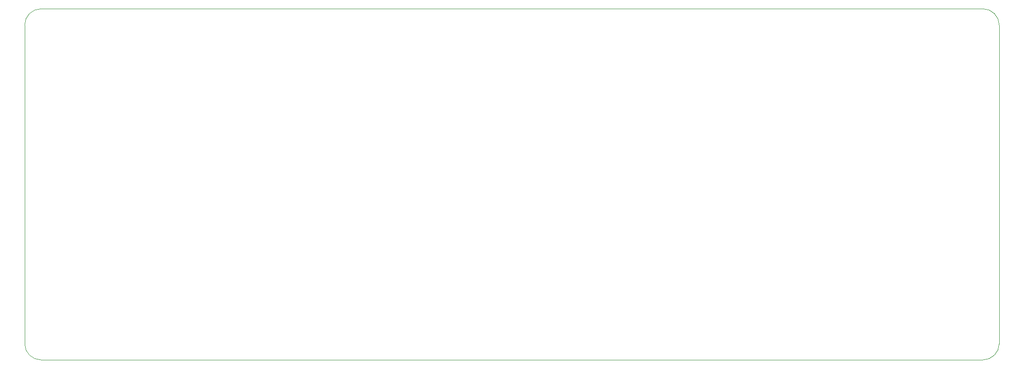
<source format=gbr>
G04 #@! TF.GenerationSoftware,KiCad,Pcbnew,(5.1.5)-2*
G04 #@! TF.CreationDate,2020-09-18T11:59:31-06:00*
G04 #@! TF.ProjectId,Pi-A3-Game-Console,50692d41-332d-4476-916d-652d436f6e73,rev?*
G04 #@! TF.SameCoordinates,Original*
G04 #@! TF.FileFunction,Profile,NP*
%FSLAX46Y46*%
G04 Gerber Fmt 4.6, Leading zero omitted, Abs format (unit mm)*
G04 Created by KiCad (PCBNEW (5.1.5)-2) date 2020-09-18 11:59:31*
%MOMM*%
%LPD*%
G04 APERTURE LIST*
%ADD10C,0.050000*%
%ADD11C,0.120000*%
G04 APERTURE END LIST*
D10*
X51000000Y-118000000D02*
G75*
G02X48000000Y-115000000I0J3000000D01*
G01*
X48000000Y-56000000D02*
G75*
G02X51000000Y-53000000I3000000J0D01*
G01*
D11*
X224999900Y-53000002D02*
G75*
G02X227999900Y-56000002I0J-3000000D01*
G01*
X227999900Y-115000001D02*
G75*
G02X224999900Y-118000001I-3000000J0D01*
G01*
X48000000Y-115000000D02*
X48000000Y-56000000D01*
X224999900Y-118000001D02*
X51000000Y-118000000D01*
X224999900Y-53000001D02*
X51000000Y-53000000D01*
X227999900Y-115000001D02*
X227999900Y-56000002D01*
M02*

</source>
